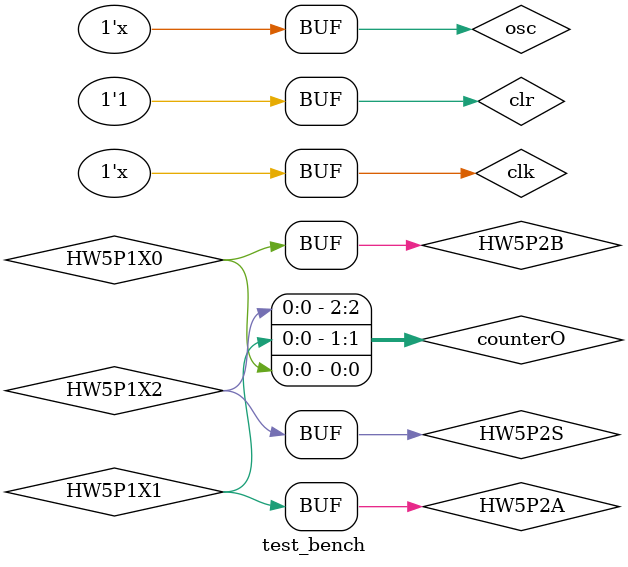
<source format=v>
module HW5P1 (X2, X1, X0, O);
  input X2, X1, X0;
  output O;
  assign O = (~X2 & ~X1 & X0) |  (~X2 & X1 & ~X0) | (~X2 & X1 & X0);
endmodule


module HW5P2 (S,A,B,O);
  input S, A, B;
  output O;
  assign O = (~S & A & B) | (S & ~A & B) | (S & A & ~B) | (S & A & B);
endmodule


module counter (clr, clk, OC);
	input clr, clk;
	output reg [2:0] OC;

	initial begin
		OC = 0;
	end

	always @(posedge clk) begin
		if (clr == 0)
			OC = 0;
		else
			OC = OC + 1;
	end
endmodule


module test_bench ();

wire HW5P1X2, HW5P1X1, HW5P1X0, HW5P1O;
wire HW5P2A, HW5P2B, HW5P2S, HW5P2O;
wire clr, clk;
wire [2:0] counterO;
reg osc;


initial begin
osc = 0;
end

always begin
#10 osc = ~osc;
end


assign clr=1;
assign clk=osc;
counter C1(clr, clk, counterO);

assign HW5P1X2 = counterO[2];
assign HW5P1X1 = counterO[1];
assign HW5P1X0 = counterO[0];

assign HW5P2S = counterO[2];
assign HW5P2A = counterO[1];
assign HW5P2B = counterO[0];


HW5P1 P1(HW5P1X2, HW5P1X1, HW5P1X0, HW5P1O);
HW5P2 P2(HW5P2S, HW5P2A, HW5P2B, HW5P2O);

endmodule

</source>
